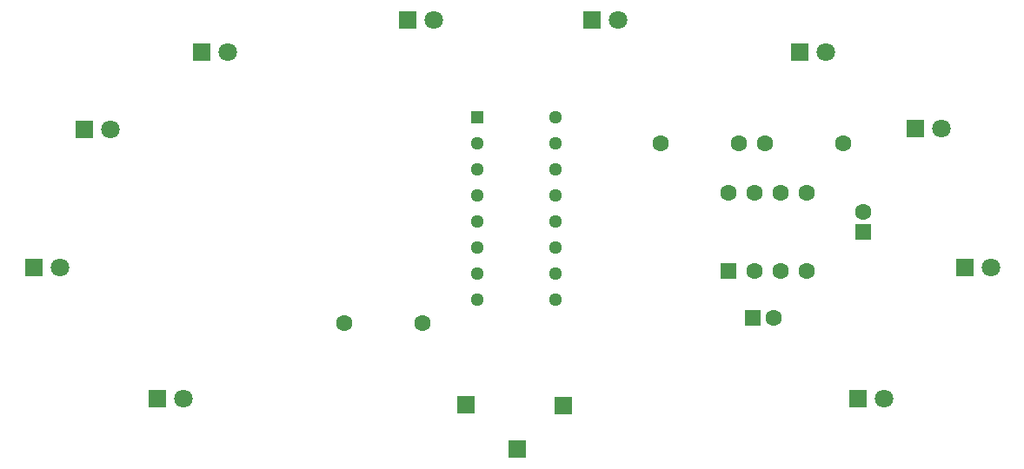
<source format=gbr>
%TF.GenerationSoftware,KiCad,Pcbnew,9.0.6*%
%TF.CreationDate,2026-01-05T01:28:46+00:00*%
%TF.ProjectId,BLINKER,424c494e-4b45-4522-9e6b-696361645f70,rev?*%
%TF.SameCoordinates,Original*%
%TF.FileFunction,Soldermask,Top*%
%TF.FilePolarity,Negative*%
%FSLAX46Y46*%
G04 Gerber Fmt 4.6, Leading zero omitted, Abs format (unit mm)*
G04 Created by KiCad (PCBNEW 9.0.6) date 2026-01-05 01:28:46*
%MOMM*%
%LPD*%
G01*
G04 APERTURE LIST*
G04 Aperture macros list*
%AMRoundRect*
0 Rectangle with rounded corners*
0 $1 Rounding radius*
0 $2 $3 $4 $5 $6 $7 $8 $9 X,Y pos of 4 corners*
0 Add a 4 corners polygon primitive as box body*
4,1,4,$2,$3,$4,$5,$6,$7,$8,$9,$2,$3,0*
0 Add four circle primitives for the rounded corners*
1,1,$1+$1,$2,$3*
1,1,$1+$1,$4,$5*
1,1,$1+$1,$6,$7*
1,1,$1+$1,$8,$9*
0 Add four rect primitives between the rounded corners*
20,1,$1+$1,$2,$3,$4,$5,0*
20,1,$1+$1,$4,$5,$6,$7,0*
20,1,$1+$1,$6,$7,$8,$9,0*
20,1,$1+$1,$8,$9,$2,$3,0*%
G04 Aperture macros list end*
%ADD10RoundRect,0.250000X0.550000X-0.550000X0.550000X0.550000X-0.550000X0.550000X-0.550000X-0.550000X0*%
%ADD11C,1.600000*%
%ADD12C,1.800000*%
%ADD13R,1.800000X1.800000*%
%ADD14RoundRect,0.250000X-0.550000X-0.550000X0.550000X-0.550000X0.550000X0.550000X-0.550000X0.550000X0*%
%ADD15R,1.700000X1.700000*%
%ADD16R,1.295400X1.295400*%
%ADD17C,1.295400*%
G04 APERTURE END LIST*
D10*
%TO.C,U1*%
X143865600Y-53030200D03*
D11*
X146405600Y-53030200D03*
X148945600Y-53030200D03*
X151485600Y-53030200D03*
X151485600Y-45410200D03*
X148945600Y-45410200D03*
X146405600Y-45410200D03*
X143865600Y-45410200D03*
%TD*%
%TO.C,R4*%
X113995200Y-58064400D03*
X106375200Y-58064400D03*
%TD*%
D12*
%TO.C,D9*%
X159004000Y-65481200D03*
D13*
X156464000Y-65481200D03*
%TD*%
D12*
%TO.C,D6*%
X153314400Y-31699200D03*
D13*
X150774400Y-31699200D03*
%TD*%
D12*
%TO.C,D3*%
X95046800Y-31699200D03*
D13*
X92506800Y-31699200D03*
%TD*%
D12*
%TO.C,D4*%
X115163600Y-28549600D03*
D13*
X112623600Y-28549600D03*
%TD*%
D11*
%TO.C,C4*%
X156953200Y-47225200D03*
D10*
X156953200Y-49225200D03*
%TD*%
D11*
%TO.C,C3*%
X148192313Y-57607200D03*
D14*
X146192313Y-57607200D03*
%TD*%
D11*
%TO.C,RV1*%
X144830800Y-40538400D03*
X137210800Y-40538400D03*
%TD*%
%TO.C,R1*%
X147421600Y-40589200D03*
X155041600Y-40589200D03*
%TD*%
D13*
%TO.C,D2*%
X81076800Y-39217600D03*
D12*
X83616800Y-39217600D03*
%TD*%
D13*
%TO.C,D5*%
X130505200Y-28549600D03*
D12*
X133045200Y-28549600D03*
%TD*%
D15*
%TO.C,TP2*%
X127740000Y-66140000D03*
%TD*%
D13*
%TO.C,D1*%
X76149200Y-52628800D03*
D12*
X78689200Y-52628800D03*
%TD*%
D13*
%TO.C,D7*%
X162001200Y-39116000D03*
D12*
X164541200Y-39116000D03*
%TD*%
D13*
%TO.C,D8*%
X166827200Y-52628800D03*
D12*
X169367200Y-52628800D03*
%TD*%
D13*
%TO.C,D10*%
X88239600Y-65481200D03*
D12*
X90779600Y-65481200D03*
%TD*%
D15*
%TO.C,TP1*%
X118240000Y-66010000D03*
%TD*%
D16*
%TO.C,U2*%
X119329200Y-37998400D03*
D17*
X119329200Y-40538400D03*
X119329200Y-43078400D03*
X119329200Y-45618400D03*
X119329200Y-48158400D03*
X119329200Y-50698400D03*
X119329200Y-53238400D03*
X119329200Y-55778400D03*
X126949200Y-55778400D03*
X126949200Y-53238400D03*
X126949200Y-50698400D03*
X126949200Y-48158400D03*
X126949200Y-45618400D03*
X126949200Y-43078400D03*
X126949200Y-40538400D03*
X126949200Y-37998400D03*
%TD*%
D15*
%TO.C,TP3*%
X123250000Y-70360000D03*
%TD*%
M02*

</source>
